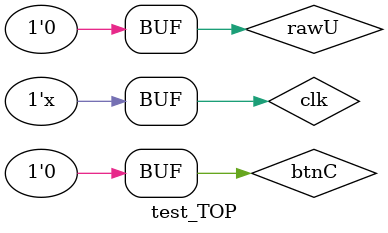
<source format=v>
`timescale 1ns / 1ps
module test_TOP(
    );
	 /* TOP(
			input clk,
			input btnC,
			input btnU,
			output [6:0] seg,
			output [0:0] led,
			output [2:0] an
		);*/
reg rawC, rawU;
reg clk, btnC, btnU;
wire [6:0] seg;
wire led;
wire [2:0] an;
TOP topToTest(clk, btnC, btnU, seg, led, an);
initial begin
	clk <=0;
	btnU <= 0;
	btnC <= 0; #1; btnC <=1; #1; btnC <=0;
	#1000;
	
	rawU <=1; #2000000; rawU <=0;#10000000; //1
	rawU <=1; #2000000; rawU <=0;#10000000;
	rawU <=1; #2000000; rawU <=0;#10000000;
	rawU <=1; #2000000; rawU <=0;#10000000;
	rawU <=1; #2000000; rawU <=0;#10000000;
	rawU <=1; #2000000; rawU <=0;#10000000;
	rawU <=1; #2000000; rawU <=0;#10000000;
	rawU <=1; #2000000; rawU <=0;#10000000;
	rawU <=1; #2000000; rawU <=0;#10000000;
	rawU <=1; #2000000; rawU <=0;#10000000;
	rawU <=1; #2000000; rawU <=0;#10000000;
	rawU <=1; #2000000; rawU <=0;#10000000;
	rawU <=1; #2000000; rawU <=0;#10000000;
	rawU <=1; #2000000; rawU <=0;#10000000;
	rawU <=1; #2000000; rawU <=0;#10000000; //F
end
always @ (posedge rawU)
	begin
		btnU <=1; #1000; btnU <=0; #1000;
		btnU <=1; #2000; btnU <=0; #10000;
		btnU <=1; #4000; btnU <=0; #50000;
		btnU <=1;
	end
always @ (negedge rawU)
	begin
		btnU <=0; #1000; btnU <=1; #1000;
		btnU <=0; #2000; btnU <=1; #10000;
		btnU <=0; #4000; btnU <=1; #50000;
		btnU <=0;
	end

always 
begin
	#10;
	clk <= ~clk; //100 MHz
end
endmodule

</source>
